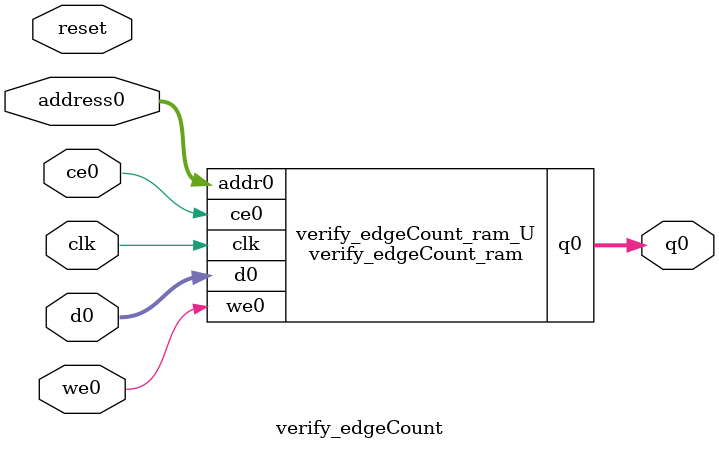
<source format=v>

`timescale 1 ns / 1 ps
module verify_edgeCount_ram (addr0, ce0, d0, we0, q0,  clk);

parameter DWIDTH = 32;
parameter AWIDTH = 4;
parameter MEM_SIZE = 12;

input[AWIDTH-1:0] addr0;
input ce0;
input[DWIDTH-1:0] d0;
input we0;
output reg[DWIDTH-1:0] q0;
input clk;

(* ram_style = "distributed" *)reg [DWIDTH-1:0] ram[0:MEM_SIZE-1];




always @(posedge clk)  
begin 
    if (ce0) 
    begin
        if (we0) 
        begin 
            ram[addr0] <= d0; 
            q0 <= d0;
        end 
        else 
            q0 <= ram[addr0];
    end
end


endmodule


`timescale 1 ns / 1 ps
module verify_edgeCount(
    reset,
    clk,
    address0,
    ce0,
    we0,
    d0,
    q0);

parameter DataWidth = 32'd32;
parameter AddressRange = 32'd12;
parameter AddressWidth = 32'd4;
input reset;
input clk;
input[AddressWidth - 1:0] address0;
input ce0;
input we0;
input[DataWidth - 1:0] d0;
output[DataWidth - 1:0] q0;



verify_edgeCount_ram verify_edgeCount_ram_U(
    .clk( clk ),
    .addr0( address0 ),
    .ce0( ce0 ),
    .we0( we0 ),
    .d0( d0 ),
    .q0( q0 ));

endmodule


</source>
